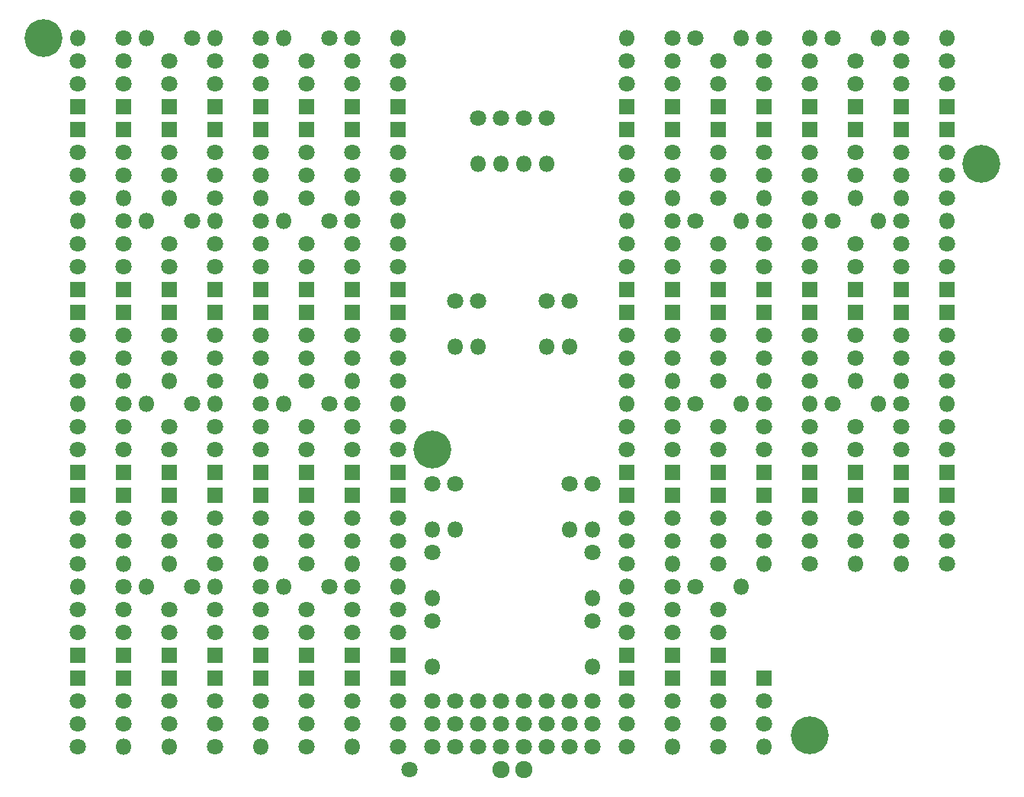
<source format=gbs>
G04 #@! TF.FileFunction,Soldermask,Bot*
%FSLAX46Y46*%
G04 Gerber Fmt 4.6, Leading zero omitted, Abs format (unit mm)*
G04 Created by KiCad (PCBNEW 4.0.6) date Sun Sep 17 22:44:25 2017*
%MOMM*%
%LPD*%
G01*
G04 APERTURE LIST*
%ADD10C,0.100000*%
%ADD11C,4.200000*%
%ADD12C,1.800000*%
%ADD13R,1.800000X1.800000*%
%ADD14O,1.800000X1.800000*%
%ADD15C,1.924000*%
G04 APERTURE END LIST*
D10*
D11*
X210820000Y-77470000D03*
D12*
X171450000Y-88900000D03*
X171450000Y-86360000D03*
D13*
X171450000Y-91440000D03*
D12*
X171450000Y-68580000D03*
X171450000Y-66040000D03*
D13*
X171450000Y-71120000D03*
D12*
X140970000Y-104140000D03*
D14*
X146050000Y-104140000D03*
D12*
X167640000Y-137160000D03*
X165100000Y-137160000D03*
X162560000Y-137160000D03*
X160020000Y-137160000D03*
X157480000Y-137160000D03*
X154940000Y-137160000D03*
X152400000Y-137160000D03*
X149860000Y-137160000D03*
X171450000Y-137160000D03*
X171450000Y-139700000D03*
D13*
X171450000Y-134620000D03*
D12*
X176530000Y-137160000D03*
X176530000Y-139700000D03*
D13*
X176530000Y-134620000D03*
D12*
X181610000Y-137160000D03*
X181610000Y-139700000D03*
D13*
X181610000Y-134620000D03*
D12*
X186690000Y-137160000D03*
X186690000Y-139700000D03*
D13*
X186690000Y-134620000D03*
D12*
X176530000Y-116840000D03*
X176530000Y-119380000D03*
D13*
X176530000Y-114300000D03*
D12*
X181610000Y-116840000D03*
X181610000Y-119380000D03*
D13*
X181610000Y-114300000D03*
D12*
X186690000Y-116840000D03*
X186690000Y-119380000D03*
D13*
X186690000Y-114300000D03*
D12*
X171450000Y-142240000D03*
D14*
X176530000Y-142240000D03*
D12*
X181610000Y-142240000D03*
D14*
X186690000Y-142240000D03*
D12*
X171450000Y-121920000D03*
D14*
X176530000Y-121920000D03*
D12*
X181610000Y-121920000D03*
D14*
X186690000Y-121920000D03*
D15*
X160020000Y-144780000D03*
X157480000Y-144780000D03*
D12*
X167640000Y-142240000D03*
X165100000Y-142240000D03*
X162560000Y-142240000D03*
X160020000Y-142240000D03*
X157480000Y-142240000D03*
X154940000Y-142240000D03*
X152400000Y-142240000D03*
X149860000Y-142240000D03*
X167640000Y-139700000D03*
X165100000Y-139700000D03*
X162560000Y-139700000D03*
X160020000Y-139700000D03*
X157480000Y-139700000D03*
X154940000Y-139700000D03*
X152400000Y-139700000D03*
X149860000Y-139700000D03*
X176530000Y-109220000D03*
X176530000Y-106680000D03*
D13*
X176530000Y-111760000D03*
D12*
X181610000Y-109220000D03*
X181610000Y-106680000D03*
D13*
X181610000Y-111760000D03*
D12*
X186690000Y-109220000D03*
X186690000Y-106680000D03*
D13*
X186690000Y-111760000D03*
D12*
X191770000Y-109220000D03*
X191770000Y-106680000D03*
D13*
X191770000Y-111760000D03*
D12*
X196850000Y-109220000D03*
X196850000Y-106680000D03*
D13*
X196850000Y-111760000D03*
D12*
X201930000Y-109220000D03*
X201930000Y-106680000D03*
D13*
X201930000Y-111760000D03*
D12*
X207010000Y-109220000D03*
X207010000Y-106680000D03*
D13*
X207010000Y-111760000D03*
D12*
X179070000Y-104140000D03*
D14*
X184150000Y-104140000D03*
D12*
X186690000Y-104140000D03*
D14*
X191770000Y-104140000D03*
D12*
X194310000Y-104140000D03*
D14*
X199390000Y-104140000D03*
D12*
X201930000Y-104140000D03*
D14*
X207010000Y-104140000D03*
D12*
X171450000Y-129540000D03*
X171450000Y-127000000D03*
D13*
X171450000Y-132080000D03*
D12*
X176530000Y-129540000D03*
X176530000Y-127000000D03*
D13*
X176530000Y-132080000D03*
D12*
X181610000Y-129540000D03*
X181610000Y-127000000D03*
D13*
X181610000Y-132080000D03*
D12*
X171450000Y-116840000D03*
X171450000Y-119380000D03*
D13*
X171450000Y-114300000D03*
D12*
X191770000Y-116840000D03*
X191770000Y-119380000D03*
D13*
X191770000Y-114300000D03*
D12*
X196850000Y-116840000D03*
X196850000Y-119380000D03*
D13*
X196850000Y-114300000D03*
D12*
X201930000Y-116840000D03*
X201930000Y-119380000D03*
D13*
X201930000Y-114300000D03*
D12*
X207010000Y-116840000D03*
X207010000Y-119380000D03*
D13*
X207010000Y-114300000D03*
D12*
X171450000Y-109220000D03*
X171450000Y-106680000D03*
D13*
X171450000Y-111760000D03*
D12*
X176530000Y-124460000D03*
D14*
X171450000Y-124460000D03*
D12*
X179070000Y-124460000D03*
D14*
X184150000Y-124460000D03*
D12*
X191770000Y-121920000D03*
D14*
X196850000Y-121920000D03*
D12*
X207010000Y-121920000D03*
D14*
X201930000Y-121920000D03*
D12*
X176530000Y-104140000D03*
D14*
X171450000Y-104140000D03*
D12*
X171450000Y-96520000D03*
X171450000Y-99060000D03*
D13*
X171450000Y-93980000D03*
D12*
X176530000Y-96520000D03*
X176530000Y-99060000D03*
D13*
X176530000Y-93980000D03*
D12*
X181610000Y-96520000D03*
X181610000Y-99060000D03*
D13*
X181610000Y-93980000D03*
D12*
X186690000Y-96520000D03*
X186690000Y-99060000D03*
D13*
X186690000Y-93980000D03*
D12*
X191770000Y-96520000D03*
X191770000Y-99060000D03*
D13*
X191770000Y-93980000D03*
D12*
X196850000Y-96520000D03*
X196850000Y-99060000D03*
D13*
X196850000Y-93980000D03*
D12*
X201930000Y-96520000D03*
X201930000Y-99060000D03*
D13*
X201930000Y-93980000D03*
D12*
X207010000Y-96520000D03*
X207010000Y-99060000D03*
D13*
X207010000Y-93980000D03*
D12*
X176530000Y-88900000D03*
X176530000Y-86360000D03*
D13*
X176530000Y-91440000D03*
D12*
X181610000Y-88900000D03*
X181610000Y-86360000D03*
D13*
X181610000Y-91440000D03*
D12*
X186690000Y-88900000D03*
X186690000Y-86360000D03*
D13*
X186690000Y-91440000D03*
D12*
X191770000Y-88900000D03*
X191770000Y-86360000D03*
D13*
X191770000Y-91440000D03*
D12*
X196850000Y-88900000D03*
X196850000Y-86360000D03*
D13*
X196850000Y-91440000D03*
D12*
X201930000Y-88900000D03*
X201930000Y-86360000D03*
D13*
X201930000Y-91440000D03*
D12*
X207010000Y-88900000D03*
X207010000Y-86360000D03*
D13*
X207010000Y-91440000D03*
D12*
X171450000Y-76200000D03*
X171450000Y-78740000D03*
D13*
X171450000Y-73660000D03*
D12*
X176530000Y-76200000D03*
X176530000Y-78740000D03*
D13*
X176530000Y-73660000D03*
D12*
X181610000Y-76200000D03*
X181610000Y-78740000D03*
D13*
X181610000Y-73660000D03*
D12*
X186690000Y-76200000D03*
X186690000Y-78740000D03*
D13*
X186690000Y-73660000D03*
D12*
X191770000Y-76200000D03*
X191770000Y-78740000D03*
D13*
X191770000Y-73660000D03*
D12*
X196850000Y-76200000D03*
X196850000Y-78740000D03*
D13*
X196850000Y-73660000D03*
D12*
X201930000Y-76200000D03*
X201930000Y-78740000D03*
D13*
X201930000Y-73660000D03*
D12*
X207010000Y-76200000D03*
X207010000Y-78740000D03*
D13*
X207010000Y-73660000D03*
D12*
X176530000Y-68580000D03*
X176530000Y-66040000D03*
D13*
X176530000Y-71120000D03*
D12*
X181610000Y-68580000D03*
X181610000Y-66040000D03*
D13*
X181610000Y-71120000D03*
D12*
X186690000Y-68580000D03*
X186690000Y-66040000D03*
D13*
X186690000Y-71120000D03*
D12*
X191770000Y-68580000D03*
X191770000Y-66040000D03*
D13*
X191770000Y-71120000D03*
D12*
X196850000Y-68580000D03*
X196850000Y-66040000D03*
D13*
X196850000Y-71120000D03*
D12*
X201930000Y-68580000D03*
X201930000Y-66040000D03*
D13*
X201930000Y-71120000D03*
D12*
X207010000Y-68580000D03*
X207010000Y-66040000D03*
D13*
X207010000Y-71120000D03*
D12*
X171450000Y-101600000D03*
D14*
X176530000Y-101600000D03*
D12*
X181610000Y-101600000D03*
D14*
X186690000Y-101600000D03*
D12*
X191770000Y-101600000D03*
D14*
X196850000Y-101600000D03*
D12*
X207010000Y-101600000D03*
D14*
X201930000Y-101600000D03*
D12*
X176530000Y-83820000D03*
D14*
X171450000Y-83820000D03*
D12*
X179070000Y-83820000D03*
D14*
X184150000Y-83820000D03*
D12*
X186690000Y-83820000D03*
D14*
X191770000Y-83820000D03*
D12*
X194310000Y-83820000D03*
D14*
X199390000Y-83820000D03*
D12*
X201930000Y-83820000D03*
D14*
X207010000Y-83820000D03*
D12*
X171450000Y-81280000D03*
D14*
X176530000Y-81280000D03*
D12*
X181610000Y-81280000D03*
D14*
X186690000Y-81280000D03*
D12*
X191770000Y-81280000D03*
D14*
X196850000Y-81280000D03*
D12*
X207010000Y-81280000D03*
D14*
X201930000Y-81280000D03*
D12*
X176530000Y-63500000D03*
D14*
X171450000Y-63500000D03*
D12*
X179070000Y-63500000D03*
D14*
X184150000Y-63500000D03*
D12*
X186690000Y-63500000D03*
D14*
X191770000Y-63500000D03*
D12*
X194310000Y-63500000D03*
D14*
X199390000Y-63500000D03*
D12*
X201930000Y-63500000D03*
D14*
X207010000Y-63500000D03*
D12*
X147320000Y-144780000D03*
X146050000Y-76200000D03*
X146050000Y-78740000D03*
D13*
X146050000Y-73660000D03*
D12*
X140970000Y-76200000D03*
X140970000Y-78740000D03*
D13*
X140970000Y-73660000D03*
D12*
X135890000Y-76200000D03*
X135890000Y-78740000D03*
D13*
X135890000Y-73660000D03*
D12*
X130810000Y-76200000D03*
X130810000Y-78740000D03*
D13*
X130810000Y-73660000D03*
D12*
X125730000Y-76200000D03*
X125730000Y-78740000D03*
D13*
X125730000Y-73660000D03*
D12*
X120650000Y-76200000D03*
X120650000Y-78740000D03*
D13*
X120650000Y-73660000D03*
D12*
X115570000Y-76200000D03*
X115570000Y-78740000D03*
D13*
X115570000Y-73660000D03*
D12*
X110490000Y-76200000D03*
X110490000Y-78740000D03*
D13*
X110490000Y-73660000D03*
D12*
X146050000Y-68580000D03*
X146050000Y-66040000D03*
D13*
X146050000Y-71120000D03*
D12*
X140970000Y-68580000D03*
X140970000Y-66040000D03*
D13*
X140970000Y-71120000D03*
D12*
X135890000Y-68580000D03*
X135890000Y-66040000D03*
D13*
X135890000Y-71120000D03*
D12*
X130810000Y-68580000D03*
X130810000Y-66040000D03*
D13*
X130810000Y-71120000D03*
D12*
X125730000Y-68580000D03*
X125730000Y-66040000D03*
D13*
X125730000Y-71120000D03*
D12*
X120650000Y-68580000D03*
X120650000Y-66040000D03*
D13*
X120650000Y-71120000D03*
D12*
X115570000Y-68580000D03*
X115570000Y-66040000D03*
D13*
X115570000Y-71120000D03*
D12*
X110490000Y-68580000D03*
X110490000Y-66040000D03*
D13*
X110490000Y-71120000D03*
D12*
X146050000Y-96520000D03*
X146050000Y-99060000D03*
D13*
X146050000Y-93980000D03*
D12*
X140970000Y-96520000D03*
X140970000Y-99060000D03*
D13*
X140970000Y-93980000D03*
D12*
X135890000Y-96520000D03*
X135890000Y-99060000D03*
D13*
X135890000Y-93980000D03*
D12*
X130810000Y-96520000D03*
X130810000Y-99060000D03*
D13*
X130810000Y-93980000D03*
D12*
X125730000Y-96520000D03*
X125730000Y-99060000D03*
D13*
X125730000Y-93980000D03*
D12*
X120650000Y-96520000D03*
X120650000Y-99060000D03*
D13*
X120650000Y-93980000D03*
D12*
X115570000Y-96520000D03*
X115570000Y-99060000D03*
D13*
X115570000Y-93980000D03*
D12*
X110490000Y-96520000D03*
X110490000Y-99060000D03*
D13*
X110490000Y-93980000D03*
D12*
X146050000Y-88900000D03*
X146050000Y-86360000D03*
D13*
X146050000Y-91440000D03*
D12*
X140970000Y-88900000D03*
X140970000Y-86360000D03*
D13*
X140970000Y-91440000D03*
D12*
X135890000Y-88900000D03*
X135890000Y-86360000D03*
D13*
X135890000Y-91440000D03*
D12*
X130810000Y-88900000D03*
X130810000Y-86360000D03*
D13*
X130810000Y-91440000D03*
D12*
X125730000Y-88900000D03*
X125730000Y-86360000D03*
D13*
X125730000Y-91440000D03*
D12*
X120650000Y-88900000D03*
X120650000Y-86360000D03*
D13*
X120650000Y-91440000D03*
D12*
X115570000Y-88900000D03*
X115570000Y-86360000D03*
D13*
X115570000Y-91440000D03*
D12*
X110490000Y-88900000D03*
X110490000Y-86360000D03*
D13*
X110490000Y-91440000D03*
D12*
X146050000Y-116840000D03*
X146050000Y-119380000D03*
D13*
X146050000Y-114300000D03*
D12*
X140970000Y-116840000D03*
X140970000Y-119380000D03*
D13*
X140970000Y-114300000D03*
D12*
X135890000Y-116840000D03*
X135890000Y-119380000D03*
D13*
X135890000Y-114300000D03*
D12*
X130810000Y-116840000D03*
X130810000Y-119380000D03*
D13*
X130810000Y-114300000D03*
D12*
X125730000Y-116840000D03*
X125730000Y-119380000D03*
D13*
X125730000Y-114300000D03*
D12*
X120650000Y-116840000D03*
X120650000Y-119380000D03*
D13*
X120650000Y-114300000D03*
D12*
X115570000Y-116840000D03*
X115570000Y-119380000D03*
D13*
X115570000Y-114300000D03*
D12*
X110490000Y-116840000D03*
X110490000Y-119380000D03*
D13*
X110490000Y-114300000D03*
D12*
X146050000Y-109220000D03*
X146050000Y-106680000D03*
D13*
X146050000Y-111760000D03*
D12*
X140970000Y-109220000D03*
X140970000Y-106680000D03*
D13*
X140970000Y-111760000D03*
D12*
X135890000Y-109220000D03*
X135890000Y-106680000D03*
D13*
X135890000Y-111760000D03*
D12*
X130810000Y-109220000D03*
X130810000Y-106680000D03*
D13*
X130810000Y-111760000D03*
D12*
X125730000Y-109220000D03*
X125730000Y-106680000D03*
D13*
X125730000Y-111760000D03*
D12*
X120650000Y-109220000D03*
X120650000Y-106680000D03*
D13*
X120650000Y-111760000D03*
D12*
X115570000Y-109220000D03*
X115570000Y-106680000D03*
D13*
X115570000Y-111760000D03*
D12*
X110490000Y-109220000D03*
X110490000Y-106680000D03*
D13*
X110490000Y-111760000D03*
D12*
X146050000Y-137160000D03*
X146050000Y-139700000D03*
D13*
X146050000Y-134620000D03*
D12*
X140970000Y-137160000D03*
X140970000Y-139700000D03*
D13*
X140970000Y-134620000D03*
D12*
X135890000Y-137160000D03*
X135890000Y-139700000D03*
D13*
X135890000Y-134620000D03*
D12*
X130810000Y-137160000D03*
X130810000Y-139700000D03*
D13*
X130810000Y-134620000D03*
D12*
X125730000Y-137160000D03*
X125730000Y-139700000D03*
D13*
X125730000Y-134620000D03*
D12*
X120650000Y-137160000D03*
X120650000Y-139700000D03*
D13*
X120650000Y-134620000D03*
D12*
X115570000Y-137160000D03*
X115570000Y-139700000D03*
D13*
X115570000Y-134620000D03*
D12*
X110490000Y-137160000D03*
X110490000Y-139700000D03*
D13*
X110490000Y-134620000D03*
D12*
X146050000Y-129540000D03*
X146050000Y-127000000D03*
D13*
X146050000Y-132080000D03*
D12*
X140970000Y-129540000D03*
X140970000Y-127000000D03*
D13*
X140970000Y-132080000D03*
D12*
X135890000Y-129540000D03*
X135890000Y-127000000D03*
D13*
X135890000Y-132080000D03*
D12*
X130810000Y-129540000D03*
X130810000Y-127000000D03*
D13*
X130810000Y-132080000D03*
D12*
X125730000Y-129540000D03*
X125730000Y-127000000D03*
D13*
X125730000Y-132080000D03*
D12*
X120650000Y-129540000D03*
X120650000Y-127000000D03*
D13*
X120650000Y-132080000D03*
D12*
X115570000Y-129540000D03*
X115570000Y-127000000D03*
D13*
X115570000Y-132080000D03*
D12*
X110490000Y-129540000D03*
X110490000Y-127000000D03*
D13*
X110490000Y-132080000D03*
D12*
X146050000Y-81280000D03*
D14*
X140970000Y-81280000D03*
D12*
X135890000Y-81280000D03*
D14*
X130810000Y-81280000D03*
D12*
X125730000Y-81280000D03*
D14*
X120650000Y-81280000D03*
D12*
X110490000Y-81280000D03*
D14*
X115570000Y-81280000D03*
D12*
X140970000Y-63500000D03*
D14*
X146050000Y-63500000D03*
D12*
X138430000Y-63500000D03*
D14*
X133350000Y-63500000D03*
D12*
X130810000Y-63500000D03*
D14*
X125730000Y-63500000D03*
D12*
X123190000Y-63500000D03*
D14*
X118110000Y-63500000D03*
D12*
X115570000Y-63500000D03*
D14*
X110490000Y-63500000D03*
D12*
X146050000Y-101600000D03*
D14*
X140970000Y-101600000D03*
D12*
X135890000Y-101600000D03*
D14*
X130810000Y-101600000D03*
D12*
X125730000Y-101600000D03*
D14*
X120650000Y-101600000D03*
D12*
X110490000Y-101600000D03*
D14*
X115570000Y-101600000D03*
D12*
X140970000Y-83820000D03*
D14*
X146050000Y-83820000D03*
D12*
X138430000Y-83820000D03*
D14*
X133350000Y-83820000D03*
D12*
X130810000Y-83820000D03*
D14*
X125730000Y-83820000D03*
D12*
X123190000Y-83820000D03*
D14*
X118110000Y-83820000D03*
D12*
X115570000Y-83820000D03*
D14*
X110490000Y-83820000D03*
D12*
X146050000Y-121920000D03*
D14*
X140970000Y-121920000D03*
D12*
X135890000Y-121920000D03*
D14*
X130810000Y-121920000D03*
D12*
X125730000Y-121920000D03*
D14*
X120650000Y-121920000D03*
D12*
X110490000Y-121920000D03*
D14*
X115570000Y-121920000D03*
D12*
X138430000Y-104140000D03*
D14*
X133350000Y-104140000D03*
D12*
X130810000Y-104140000D03*
D14*
X125730000Y-104140000D03*
D12*
X123190000Y-104140000D03*
D14*
X118110000Y-104140000D03*
D12*
X115570000Y-104140000D03*
D14*
X110490000Y-104140000D03*
D12*
X146050000Y-142240000D03*
D14*
X140970000Y-142240000D03*
D12*
X135890000Y-142240000D03*
D14*
X130810000Y-142240000D03*
D12*
X125730000Y-142240000D03*
D14*
X120650000Y-142240000D03*
D12*
X110490000Y-142240000D03*
D14*
X115570000Y-142240000D03*
D12*
X140970000Y-124460000D03*
D14*
X146050000Y-124460000D03*
D12*
X138430000Y-124460000D03*
D14*
X133350000Y-124460000D03*
D12*
X130810000Y-124460000D03*
D14*
X125730000Y-124460000D03*
D12*
X123190000Y-124460000D03*
D14*
X118110000Y-124460000D03*
D12*
X115570000Y-124460000D03*
D14*
X110490000Y-124460000D03*
D12*
X167640000Y-120650000D03*
D14*
X167640000Y-125730000D03*
D12*
X167640000Y-128270000D03*
D14*
X167640000Y-133350000D03*
D12*
X165100000Y-113030000D03*
D14*
X165100000Y-118110000D03*
D12*
X167640000Y-113030000D03*
D14*
X167640000Y-118110000D03*
D12*
X162560000Y-92710000D03*
D14*
X162560000Y-97790000D03*
D12*
X165100000Y-92710000D03*
D14*
X165100000Y-97790000D03*
D12*
X160020000Y-72390000D03*
D14*
X160020000Y-77470000D03*
D12*
X162560000Y-72390000D03*
D14*
X162560000Y-77470000D03*
D12*
X157480000Y-72390000D03*
D14*
X157480000Y-77470000D03*
D12*
X154940000Y-72390000D03*
D14*
X154940000Y-77470000D03*
D12*
X154940000Y-92710000D03*
D14*
X154940000Y-97790000D03*
D12*
X152400000Y-92710000D03*
D14*
X152400000Y-97790000D03*
D12*
X152400000Y-113030000D03*
D14*
X152400000Y-118110000D03*
D12*
X149860000Y-113030000D03*
D14*
X149860000Y-118110000D03*
D12*
X149860000Y-120650000D03*
D14*
X149860000Y-125730000D03*
D12*
X149860000Y-128270000D03*
D14*
X149860000Y-133350000D03*
D11*
X106680000Y-63500000D03*
X149860000Y-109220000D03*
X191770000Y-140970000D03*
M02*

</source>
